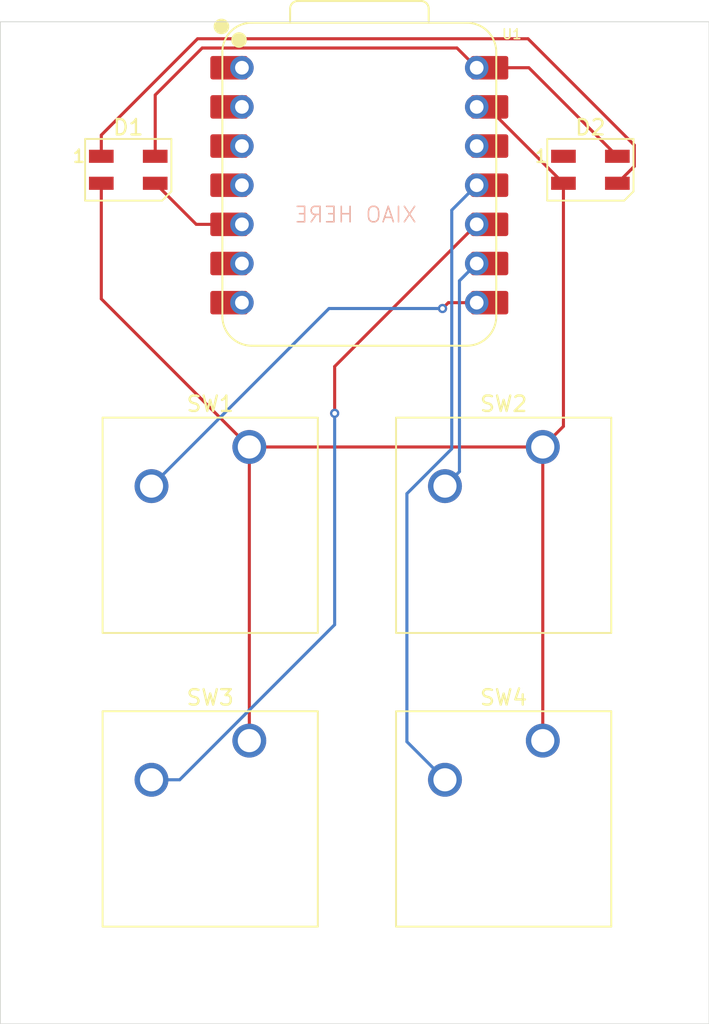
<source format=kicad_pcb>
(kicad_pcb (version 20241229) (generator "pcbnew") (generator_version "9.0")
  (layers (0 "F.Cu" signal) (2 "B.Cu" signal) (13 "F.Paste" user) (15 "B.Paste" user) (5 "F.SilkS" user "F.Silkscreen") (7 "B.SilkS" user "B.Silkscreen") (1 "F.Mask" user) (3 "B.Mask" user) (25 "Edge.Cuts" user))
  (net 0 "")
  (net 1 "Net-(D1-DIN)")
  (net 2 "+5V")
  (net 3 "GND")
  (net 4 "Net-(D1-DOUT)")
  (net 6 "Net-(U1-GPIO1{slash}RX)")
  (net 7 "Net-(U1-GPIO2{slash}SCK)")
  (net 8 "Net-(U1-GPIO4{slash}MISO)")
  (net 9 "Net-(U1-GPIO3{slash}MOSI)")
  (footprint "LED_SMD:LED_SK6812MINI_PLCC4_3.5x3.5mm_P1.75mm" (layer "F.Cu") (at 142 96)
    (property "Reference" "D1" (at 0 -2.75 0) (layer "F.SilkS"))
    (property "Value" "SK6812MINI")
    (fp_line (start -2.8 -2) (end -2.8 2) (stroke (width 0.12)) (layer "F.SilkS"))
    (fp_line (start -2.8 -2) (end 2.8 -2) (stroke (width 0.12)) (layer "F.SilkS"))
    (fp_line (start -2.8 2) (end 2.2 2) (stroke (width 0.12)) (layer "F.SilkS"))
    (fp_line (start 2.8 1.4) (end 2.2 2) (stroke (width 0.12)) (layer "F.SilkS"))
    (fp_line (start 2.8 1.4) (end 2.8 -2) (stroke (width 0.12)) (layer "F.SilkS"))
    (fp_text user "1" (at -3.2 -0.875 0) (layer "F.SilkS") (effects (font (size 0.8 0.8))))
    (pad "1" smd rect (at -1.75 -0.875) (size 1.6 0.85) (layers "F.Cu" "F.Mask" "F.Paste") (net 4 "Net-(D1-DOUT)"))
    (pad "2" smd rect (at -1.75 0.875) (size 1.6 0.85) (layers "F.Cu" "F.Mask" "F.Paste") (net 3 "GND"))
    (pad "3" smd rect (at 1.75 0.875) (size 1.6 0.85) (layers "F.Cu" "F.Mask" "F.Paste") (net 1 "Net-(D1-DIN)"))
    (pad "4" smd rect (at 1.75 -0.875) (size 1.6 0.85) (layers "F.Cu" "F.Mask" "F.Paste") (net 2 "+5V"))
  )
  (footprint "Button_Switch_Keyboard:SW_Cherry_MX_1.00u_PCB" (layer "F.Cu") (at 149.86 133.0325)
    (property "Reference" "SW3" (at -2.54 -2.794 0) (layer "F.SilkS"))
    (property "Value" "SW_Push")
    (fp_line (start -9.525 -1.905) (end 4.445 -1.905) (stroke (width 0.12)) (layer "F.SilkS"))
    (fp_line (start -9.525 12.065) (end -9.525 -1.905) (stroke (width 0.12)) (layer "F.SilkS"))
    (fp_line (start 4.445 -1.905) (end 4.445 12.065) (stroke (width 0.12)) (layer "F.SilkS"))
    (fp_line (start 4.445 12.065) (end -9.525 12.065) (stroke (width 0.12)) (layer "F.SilkS"))
    (pad "" np_thru_hole circle (at -7.62 5.08) (size 1.7 1.7) (drill 1.7) (layers "*.Cu" "*.Mask"))
    (pad "" np_thru_hole circle (at -2.54 5.08) (size 4 4) (drill 4) (layers "*.Cu" "*.Mask"))
    (pad "" np_thru_hole circle (at 2.54 5.08) (size 1.7 1.7) (drill 1.7) (layers "*.Cu" "*.Mask"))
    (pad "1" thru_hole circle (at 0 0) (size 2.2 2.2) (drill 1.5) (layers "*.Cu" "*.Mask") (net 3 "GND"))
    (pad "2" thru_hole circle (at -6.35 2.54) (size 2.2 2.2) (drill 1.5) (layers "*.Cu" "*.Mask") (net 8 "Net-(U1-GPIO4{slash}MISO)"))
  )
  (footprint "Button_Switch_Keyboard:SW_Cherry_MX_1.00u_PCB" (layer "F.Cu") (at 168.91 113.9825)
    (property "Reference" "SW2" (at -2.54 -2.794 0) (layer "F.SilkS"))
    (property "Value" "SW_Push")
    (fp_line (start -9.525 -1.905) (end 4.445 -1.905) (stroke (width 0.12)) (layer "F.SilkS"))
    (fp_line (start -9.525 12.065) (end -9.525 -1.905) (stroke (width 0.12)) (layer "F.SilkS"))
    (fp_line (start 4.445 -1.905) (end 4.445 12.065) (stroke (width 0.12)) (layer "F.SilkS"))
    (fp_line (start 4.445 12.065) (end -9.525 12.065) (stroke (width 0.12)) (layer "F.SilkS"))
    (pad "" np_thru_hole circle (at -7.62 5.08) (size 1.7 1.7) (drill 1.7) (layers "*.Cu" "*.Mask"))
    (pad "" np_thru_hole circle (at -2.54 5.08) (size 4 4) (drill 4) (layers "*.Cu" "*.Mask"))
    (pad "" np_thru_hole circle (at 2.54 5.08) (size 1.7 1.7) (drill 1.7) (layers "*.Cu" "*.Mask"))
    (pad "1" thru_hole circle (at 0 0) (size 2.2 2.2) (drill 1.5) (layers "*.Cu" "*.Mask") (net 3 "GND"))
    (pad "2" thru_hole circle (at -6.35 2.54) (size 2.2 2.2) (drill 1.5) (layers "*.Cu" "*.Mask") (net 7 "Net-(U1-GPIO2{slash}SCK)"))
  )
  (footprint "Button_Switch_Keyboard:SW_Cherry_MX_1.00u_PCB" (layer "F.Cu") (at 168.91 133.0325)
    (property "Reference" "SW4" (at -2.54 -2.794 0) (layer "F.SilkS"))
    (property "Value" "SW_Push")
    (fp_line (start -9.525 -1.905) (end 4.445 -1.905) (stroke (width 0.12)) (layer "F.SilkS"))
    (fp_line (start -9.525 12.065) (end -9.525 -1.905) (stroke (width 0.12)) (layer "F.SilkS"))
    (fp_line (start 4.445 -1.905) (end 4.445 12.065) (stroke (width 0.12)) (layer "F.SilkS"))
    (fp_line (start 4.445 12.065) (end -9.525 12.065) (stroke (width 0.12)) (layer "F.SilkS"))
    (pad "" np_thru_hole circle (at -7.62 5.08) (size 1.7 1.7) (drill 1.7) (layers "*.Cu" "*.Mask"))
    (pad "" np_thru_hole circle (at -2.54 5.08) (size 4 4) (drill 4) (layers "*.Cu" "*.Mask"))
    (pad "" np_thru_hole circle (at 2.54 5.08) (size 1.7 1.7) (drill 1.7) (layers "*.Cu" "*.Mask"))
    (pad "1" thru_hole circle (at 0 0) (size 2.2 2.2) (drill 1.5) (layers "*.Cu" "*.Mask") (net 3 "GND"))
    (pad "2" thru_hole circle (at -6.35 2.54) (size 2.2 2.2) (drill 1.5) (layers "*.Cu" "*.Mask") (net 9 "Net-(U1-GPIO3{slash}MOSI)"))
  )
  (footprint "LED_SMD:LED_SK6812MINI_PLCC4_3.5x3.5mm_P1.75mm" (layer "F.Cu") (at 172 96)
    (property "Reference" "D2" (at 0 -2.75 0) (layer "F.SilkS"))
    (property "Value" "SK6812MINI")
    (fp_line (start -2.8 -2) (end -2.8 2) (stroke (width 0.12)) (layer "F.SilkS"))
    (fp_line (start -2.8 -2) (end 2.8 -2) (stroke (width 0.12)) (layer "F.SilkS"))
    (fp_line (start -2.8 2) (end 2.2 2) (stroke (width 0.12)) (layer "F.SilkS"))
    (fp_line (start 2.8 1.4) (end 2.2 2) (stroke (width 0.12)) (layer "F.SilkS"))
    (fp_line (start 2.8 1.4) (end 2.8 -2) (stroke (width 0.12)) (layer "F.SilkS"))
    (fp_text user "1" (at -3.2 -0.875 0) (layer "F.SilkS") (effects (font (size 0.8 0.8))))
    (pad "1" smd rect (at -1.75 -0.875) (size 1.6 0.85) (layers "F.Cu" "F.Mask" "F.Paste"))
    (pad "2" smd rect (at -1.75 0.875) (size 1.6 0.85) (layers "F.Cu" "F.Mask" "F.Paste") (net 3 "GND"))
    (pad "3" smd rect (at 1.75 0.875) (size 1.6 0.85) (layers "F.Cu" "F.Mask" "F.Paste") (net 4 "Net-(D1-DOUT)"))
    (pad "4" smd rect (at 1.75 -0.875) (size 1.6 0.85) (layers "F.Cu" "F.Mask" "F.Paste") (net 2 "+5V"))
  )
  (footprint "Button_Switch_Keyboard:SW_Cherry_MX_1.00u_PCB" (layer "F.Cu") (at 149.86 113.9825)
    (property "Reference" "SW1" (at -2.54 -2.794 0) (layer "F.SilkS"))
    (property "Value" "SW_Push")
    (fp_line (start -9.525 -1.905) (end 4.445 -1.905) (stroke (width 0.12)) (layer "F.SilkS"))
    (fp_line (start -9.525 12.065) (end -9.525 -1.905) (stroke (width 0.12)) (layer "F.SilkS"))
    (fp_line (start 4.445 -1.905) (end 4.445 12.065) (stroke (width 0.12)) (layer "F.SilkS"))
    (fp_line (start 4.445 12.065) (end -9.525 12.065) (stroke (width 0.12)) (layer "F.SilkS"))
    (pad "" np_thru_hole circle (at -7.62 5.08) (size 1.7 1.7) (drill 1.7) (layers "*.Cu" "*.Mask"))
    (pad "" np_thru_hole circle (at -2.54 5.08) (size 4 4) (drill 4) (layers "*.Cu" "*.Mask"))
    (pad "" np_thru_hole circle (at 2.54 5.08) (size 1.7 1.7) (drill 1.7) (layers "*.Cu" "*.Mask"))
    (pad "1" thru_hole circle (at 0 0) (size 2.2 2.2) (drill 1.5) (layers "*.Cu" "*.Mask") (net 3 "GND"))
    (pad "2" thru_hole circle (at -6.35 2.54) (size 2.2 2.2) (drill 1.5) (layers "*.Cu" "*.Mask") (net 6 "Net-(U1-GPIO1{slash}RX)"))
  )
  (footprint "Seeed Studio XIAO Series Library:XIAO-RP2040-DIP" (layer "F.Cu") (at 157 97)
    (property "Reference" "U1" (at 9.9 -9.8 0) (layer "F.SilkS") (effects (font (size 0.635 0.635) (thickness 0.1016))))
    (property "Value" "XIAO-RP2040-DIP")
    (fp_line (start -8.89 8.509) (end -8.89 -8.636) (stroke (width 0.127)) (layer "F.SilkS"))
    (fp_line (start -6.985 10.414) (end 6.985 10.414) (stroke (width 0.127)) (layer "F.SilkS"))
    (fp_line (start -4.495 -10.541) (end -4.491272 -11.451272) (stroke (width 0.127)) (layer "F.SilkS"))
    (fp_line (start -3.991272 -11.951) (end 4.004 -11.951) (stroke (width 0.127)) (layer "F.SilkS"))
    (fp_line (start 4.504 -11.451) (end 4.504 -10.541) (stroke (width 0.127)) (layer "F.SilkS"))
    (fp_line (start 6.985 -10.541) (end -6.985 -10.541) (stroke (width 0.1)) (layer "F.SilkS"))
    (fp_line (start 6.985 -10.541) (end -6.985 -10.541) (stroke (width 0.127)) (layer "F.SilkS"))
    (fp_line (start 8.89 8.509) (end 8.89 -8.636) (stroke (width 0.127)) (layer "F.SilkS"))
    (fp_arc (start -8.89 -8.636) (mid -8.332038 -9.983038) (end -6.985 -10.541) (stroke (width 0.127)) (layer "F.SilkS"))
    (fp_arc (start -6.985 10.414) (mid -8.332038 9.856038) (end -8.89 8.509) (stroke (width 0.127)) (layer "F.SilkS"))
    (fp_arc (start -4.491272 -11.451272) (mid -4.344728 -11.80464) (end -3.991272 -11.951) (stroke (width 0.127)) (layer "F.SilkS"))
    (fp_arc (start 4.004 -11.951) (mid 4.357553 -11.804553) (end 4.504 -11.451) (stroke (width 0.127)) (layer "F.SilkS"))
    (fp_arc (start 6.985 -10.541) (mid 8.332038 -9.983038) (end 8.89 -8.636) (stroke (width 0.127)) (layer "F.SilkS"))
    (fp_arc (start 8.89 8.509) (mid 8.332038 9.856038) (end 6.985 10.414) (stroke (width 0.127)) (layer "F.SilkS"))
    (fp_circle (center -8.95 -10.3) (end -8.95 -10.554) (stroke (width 0.5)) (fill yes) (layer "F.SilkS"))
    (fp_circle (center -7.807 -9.42) (end -7.807 -9.674) (stroke (width 0.5)) (fill yes) (layer "F.SilkS"))
    (pad "1" smd roundrect (at -8.455 -7.62 180) (size 2.432 1.524) (layers "F.Cu" "F.Mask") (roundrect_rratio 0.1))
    (pad "1" thru_hole circle (at -7.62 -7.62 180) (size 1.524 1.524) (drill 0.889) (layers "*.Cu" "*.Mask"))
    (pad "2" smd roundrect (at -8.455 -5.08 180) (size 2.432 1.524) (layers "F.Cu" "F.Mask") (roundrect_rratio 0.1))
    (pad "2" thru_hole circle (at -7.62 -5.08 180) (size 1.524 1.524) (drill 0.889) (layers "*.Cu" "*.Mask"))
    (pad "3" smd roundrect (at -8.455 -2.54 180) (size 2.432 1.524) (layers "F.Cu" "F.Mask") (roundrect_rratio 0.1))
    (pad "3" thru_hole circle (at -7.62 -2.54 180) (size 1.524 1.524) (drill 0.889) (layers "*.Cu" "*.Mask"))
    (pad "4" smd roundrect (at -8.455 0 180) (size 2.432 1.524) (layers "F.Cu" "F.Mask") (roundrect_rratio 0.1))
    (pad "4" thru_hole circle (at -7.62 0 180) (size 1.524 1.524) (drill 0.889) (layers "*.Cu" "*.Mask"))
    (pad "5" smd roundrect (at -8.455 2.54 180) (size 2.432 1.524) (layers "F.Cu" "F.Mask") (roundrect_rratio 0.1) (net 1 "Net-(D1-DIN)"))
    (pad "5" thru_hole circle (at -7.62 2.54 180) (size 1.524 1.524) (drill 0.889) (layers "*.Cu" "*.Mask") (net 1 "Net-(D1-DIN)"))
    (pad "6" smd roundrect (at -8.455 5.08 180) (size 2.432 1.524) (layers "F.Cu" "F.Mask") (roundrect_rratio 0.1))
    (pad "6" thru_hole circle (at -7.62 5.08 180) (size 1.524 1.524) (drill 0.889) (layers "*.Cu" "*.Mask"))
    (pad "7" smd roundrect (at -8.455 7.62 180) (size 2.432 1.524) (layers "F.Cu" "F.Mask") (roundrect_rratio 0.1))
    (pad "7" thru_hole circle (at -7.62 7.62 180) (size 1.524 1.524) (drill 0.889) (layers "*.Cu" "*.Mask"))
    (pad "8" thru_hole circle (at 7.62 7.62) (size 1.524 1.524) (drill 0.889) (layers "*.Cu" "*.Mask") (net 6 "Net-(U1-GPIO1{slash}RX)"))
    (pad "8" smd roundrect (at 8.455 7.62) (size 2.432 1.524) (layers "F.Cu" "F.Mask") (roundrect_rratio 0.1) (net 6 "Net-(U1-GPIO1{slash}RX)"))
    (pad "9" thru_hole circle (at 7.62 5.08) (size 1.524 1.524) (drill 0.889) (layers "*.Cu" "*.Mask") (net 7 "Net-(U1-GPIO2{slash}SCK)"))
    (pad "9" smd roundrect (at 8.455 5.08) (size 2.432 1.524) (layers "F.Cu" "F.Mask") (roundrect_rratio 0.1) (net 7 "Net-(U1-GPIO2{slash}SCK)"))
    (pad "10" thru_hole circle (at 7.62 2.54) (size 1.524 1.524) (drill 0.889) (layers "*.Cu" "*.Mask") (net 8 "Net-(U1-GPIO4{slash}MISO)"))
    (pad "10" smd roundrect (at 8.455 2.54) (size 2.432 1.524) (layers "F.Cu" "F.Mask") (roundrect_rratio 0.1) (net 8 "Net-(U1-GPIO4{slash}MISO)"))
    (pad "11" thru_hole circle (at 7.62 0) (size 1.524 1.524) (drill 0.889) (layers "*.Cu" "*.Mask") (net 9 "Net-(U1-GPIO3{slash}MOSI)"))
    (pad "11" smd roundrect (at 8.455 0) (size 2.432 1.524) (layers "F.Cu" "F.Mask") (roundrect_rratio 0.1) (net 9 "Net-(U1-GPIO3{slash}MOSI)"))
    (pad "12" thru_hole circle (at 7.62 -2.54) (size 1.524 1.524) (drill 0.889) (layers "*.Cu" "*.Mask"))
    (pad "12" smd roundrect (at 8.455 -2.54) (size 2.432 1.524) (layers "F.Cu" "F.Mask") (roundrect_rratio 0.1))
    (pad "13" thru_hole circle (at 7.62 -5.08) (size 1.524 1.524) (drill 0.889) (layers "*.Cu" "*.Mask") (net 3 "GND"))
    (pad "13" smd roundrect (at 8.455 -5.08) (size 2.432 1.524) (layers "F.Cu" "F.Mask") (roundrect_rratio 0.1) (net 3 "GND"))
    (pad "14" thru_hole circle (at 7.62 -7.62) (size 1.524 1.524) (drill 0.889) (layers "*.Cu" "*.Mask") (net 2 "+5V"))
    (pad "14" smd roundrect (at 8.455 -7.62) (size 2.432 1.524) (layers "F.Cu" "F.Mask") (roundrect_rratio 0.1) (net 2 "+5V"))
  )
  (gr_rect (start 133.7 86.4) (end 179.7 151.4) (stroke (width 0.05)) (fill no) (layer "Edge.Cuts"))
  (gr_text "XIAO HERE" (at 160.8 99.5 0) (layer "B.SilkS") (effects (font (size 1 1) (thickness 0.1)) (justify left bottom mirror)))
  (segment (start 146.415 99.54) (end 149.38 99.54) (width 0.2) (layer "F.Cu") (net 1))
  (segment (start 143.75 96.875) (end 146.415 99.54) (width 0.2) (layer "F.Cu") (net 1))
  (segment (start 163.34 88.1) (end 164.62 89.38) (width 0.2) (layer "F.Cu") (net 2))
  (segment (start 146.8 88.1) (end 163.34 88.1) (width 0.2) (layer "F.Cu") (net 2))
  (segment (start 168.005 89.38) (end 173.75 95.125) (width 0.2) (layer "F.Cu") (net 2))
  (segment (start 143.75 95.125) (end 143.75 91.15) (width 0.2) (layer "F.Cu") (net 2))
  (segment (start 143.75 91.15) (end 146.8 88.1) (width 0.2) (layer "F.Cu") (net 2))
  (segment (start 164.62 89.38) (end 168.005 89.38) (width 0.2) (layer "F.Cu") (net 2))
  (segment (start 170.25 112.6425) (end 168.91 113.9825) (width 0.2) (layer "F.Cu") (net 3))
  (segment (start 140.25 104.3725) (end 140.25 96.875) (width 0.2) (layer "F.Cu") (net 3))
  (segment (start 149.86 113.9825) (end 168.91 113.9825) (width 0.2) (layer "F.Cu") (net 3))
  (segment (start 168.91 113.9825) (end 168.91 133.0325) (width 0.2) (layer "F.Cu") (net 3))
  (segment (start 165.295 91.92) (end 164.62 91.92) (width 0.2) (layer "F.Cu") (net 3))
  (segment (start 170.25 96.875) (end 165.295 91.92) (width 0.2) (layer "F.Cu") (net 3))
  (segment (start 170.25 96.875) (end 170.25 112.6425) (width 0.2) (layer "F.Cu") (net 3))
  (segment (start 149.86 133.0325) (end 149.86 113.9825) (width 0.2) (layer "F.Cu") (net 3))
  (segment (start 149.86 113.9825) (end 140.25 104.3725) (width 0.2) (layer "F.Cu") (net 3))
  (segment (start 140.25 93.75) (end 140.25 95.125) (width 0.2) (layer "F.Cu") (net 4))
  (segment (start 146.5 87.5) (end 140.25 93.75) (width 0.2) (layer "F.Cu") (net 4))
  (segment (start 174.851 95.774) (end 174.851 94.399) (width 0.2) (layer "F.Cu") (net 4))
  (segment (start 174.851 94.399) (end 167.952 87.5) (width 0.2) (layer "F.Cu") (net 4))
  (segment (start 167.952 87.5) (end 146.5 87.5) (width 0.2) (layer "F.Cu") (net 4))
  (segment (start 173.75 96.875) (end 174.851 95.774) (width 0.2) (layer "F.Cu") (net 4))
  (segment (start 162.78 104.62) (end 162.4 105) (width 0.2) (layer "F.Cu") (net 6))
  (segment (start 164.62 104.62) (end 162.78 104.62) (width 0.2) (layer "F.Cu") (net 6))
  (via (at 162.4 105) (size 0.6) (drill 0.3) (layers "F.Cu" "B.Cu") (net 6))
  (segment (start 162.4 105) (end 155.0325 105) (width 0.2) (layer "B.Cu") (net 6))
  (segment (start 155.0325 105) (end 143.51 116.5225) (width 0.2) (layer "B.Cu") (net 6))
  (segment (start 164.62 102.08) (end 163.5 103.2) (width 0.2) (layer "B.Cu") (net 7))
  (segment (start 163.5 115.5825) (end 162.56 116.5225) (width 0.2) (layer "B.Cu") (net 7))
  (segment (start 163.5 103.2) (end 163.5 115.5825) (width 0.2) (layer "B.Cu") (net 7))
  (segment (start 164.62 99.54) (end 155.4 108.76) (width 0.2) (layer "F.Cu") (net 8))
  (segment (start 155.4 108.76) (end 155.4 111.8) (width 0.2) (layer "F.Cu") (net 8))
  (via (at 155.4 111.8) (size 0.6) (drill 0.3) (layers "F.Cu" "B.Cu") (net 8))
  (segment (start 155.4 111.8) (end 155.4 125.511186) (width 0.2) (layer "B.Cu") (net 8))
  (segment (start 155.4 125.511186) (end 145.338686 135.5725) (width 0.2) (layer "B.Cu") (net 8))
  (segment (start 145.338686 135.5725) (end 143.51 135.5725) (width 0.2) (layer "B.Cu") (net 8))
  (segment (start 160.089 117.012186) (end 160.089 133.1015) (width 0.2) (layer "B.Cu") (net 9))
  (segment (start 163.001 98.619) (end 163.001 114.100186) (width 0.2) (layer "B.Cu") (net 9))
  (segment (start 163.001 114.100186) (end 160.089 117.012186) (width 0.2) (layer "B.Cu") (net 9))
  (segment (start 164.62 97) (end 163.001 98.619) (width 0.2) (layer "B.Cu") (net 9))
  (segment (start 160.089 133.1015) (end 162.56 135.5725) (width 0.2) (layer "B.Cu") (net 9))
)
</source>
